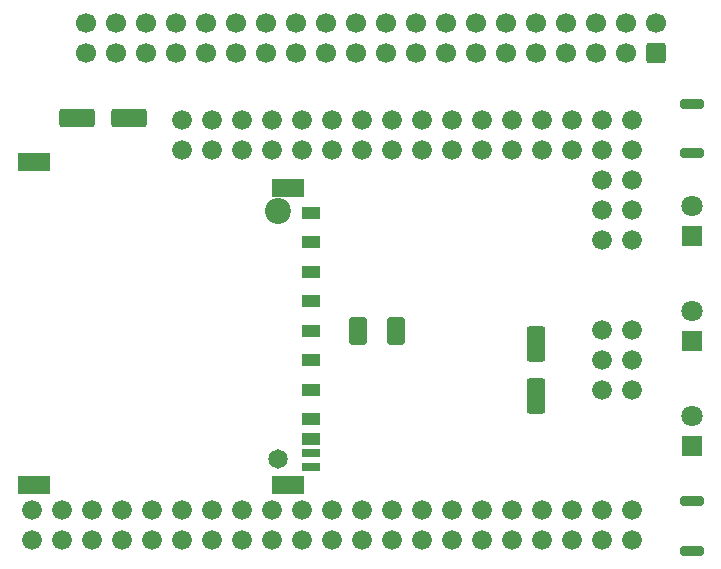
<source format=gbr>
%TF.GenerationSoftware,KiCad,Pcbnew,(6.0.11)*%
%TF.CreationDate,2023-03-14T22:18:48-05:00*%
%TF.ProjectId,rx02-mega2560-pro,72783032-2d6d-4656-9761-323536302d70,rev?*%
%TF.SameCoordinates,Original*%
%TF.FileFunction,Soldermask,Bot*%
%TF.FilePolarity,Negative*%
%FSLAX46Y46*%
G04 Gerber Fmt 4.6, Leading zero omitted, Abs format (unit mm)*
G04 Created by KiCad (PCBNEW (6.0.11)) date 2023-03-14 22:18:48*
%MOMM*%
%LPD*%
G01*
G04 APERTURE LIST*
G04 Aperture macros list*
%AMRoundRect*
0 Rectangle with rounded corners*
0 $1 Rounding radius*
0 $2 $3 $4 $5 $6 $7 $8 $9 X,Y pos of 4 corners*
0 Add a 4 corners polygon primitive as box body*
4,1,4,$2,$3,$4,$5,$6,$7,$8,$9,$2,$3,0*
0 Add four circle primitives for the rounded corners*
1,1,$1+$1,$2,$3*
1,1,$1+$1,$4,$5*
1,1,$1+$1,$6,$7*
1,1,$1+$1,$8,$9*
0 Add four rect primitives between the rounded corners*
20,1,$1+$1,$2,$3,$4,$5,0*
20,1,$1+$1,$4,$5,$6,$7,0*
20,1,$1+$1,$6,$7,$8,$9,0*
20,1,$1+$1,$8,$9,$2,$3,0*%
G04 Aperture macros list end*
%ADD10C,1.676400*%
%ADD11R,1.800000X1.800000*%
%ADD12C,1.800000*%
%ADD13RoundRect,0.250001X-0.499999X-0.924999X0.499999X-0.924999X0.499999X0.924999X-0.499999X0.924999X0*%
%ADD14RoundRect,0.250000X-1.250000X-0.550000X1.250000X-0.550000X1.250000X0.550000X-1.250000X0.550000X0*%
%ADD15R,1.500000X1.000000*%
%ADD16R,1.500000X0.700000*%
%ADD17R,2.800000X1.500000*%
%ADD18C,1.650000*%
%ADD19C,2.200000*%
%ADD20RoundRect,0.200000X-0.800000X0.200000X-0.800000X-0.200000X0.800000X-0.200000X0.800000X0.200000X0*%
%ADD21RoundRect,0.250000X-0.550000X1.250000X-0.550000X-1.250000X0.550000X-1.250000X0.550000X1.250000X0*%
%ADD22RoundRect,0.250000X0.600000X-0.600000X0.600000X0.600000X-0.600000X0.600000X-0.600000X-0.600000X0*%
%ADD23C,1.700000*%
G04 APERTURE END LIST*
D10*
%TO.C,U3*%
X121181480Y-109144918D03*
X121181480Y-106604918D03*
X118641480Y-109144918D03*
X118641480Y-106604918D03*
X164361480Y-91364918D03*
X126261480Y-73584918D03*
X126261480Y-76124918D03*
X128801480Y-73584918D03*
X128801480Y-76124918D03*
X131341480Y-73584918D03*
X131341480Y-76124918D03*
X133881480Y-73584918D03*
X133881480Y-76124918D03*
X136421480Y-73584918D03*
X136421480Y-76124918D03*
X138961480Y-73584918D03*
X138961480Y-76124918D03*
X141501480Y-73584918D03*
X141501480Y-76124918D03*
X144041480Y-73584918D03*
X144041480Y-76124918D03*
X123721480Y-106604918D03*
X128801480Y-106604918D03*
X128801480Y-109144918D03*
X131341480Y-106604918D03*
X131341480Y-109144918D03*
X133881480Y-106604918D03*
X133881480Y-109144918D03*
X136421480Y-106604918D03*
X136421480Y-109144918D03*
X138961480Y-106604918D03*
X138961480Y-109144918D03*
X141501480Y-106604918D03*
X141501480Y-109144918D03*
X144041480Y-106604918D03*
X144041480Y-109144918D03*
X146581480Y-106604918D03*
X146581480Y-109144918D03*
X149121480Y-106604918D03*
X149121480Y-109144918D03*
X151661480Y-106604918D03*
X151661480Y-109144918D03*
X154201480Y-106604918D03*
X154201480Y-109144918D03*
X156741480Y-106604918D03*
X156741480Y-109144918D03*
X159281480Y-106604918D03*
X159281480Y-109144918D03*
X161821480Y-106604918D03*
X161821480Y-109144918D03*
X164361480Y-106604918D03*
X164361480Y-109144918D03*
X146581480Y-73584918D03*
X146581480Y-76124918D03*
X149121480Y-73584918D03*
X149121480Y-76124918D03*
X151661480Y-73584918D03*
X151661480Y-76124918D03*
X154201480Y-73584918D03*
X154201480Y-76124918D03*
X156741480Y-73584918D03*
X156741480Y-76124918D03*
X159281480Y-73584918D03*
X159281480Y-76124918D03*
X161821480Y-73584918D03*
X161821480Y-76124918D03*
X164361480Y-73584918D03*
X164361480Y-76124918D03*
X164361480Y-78664918D03*
X161821480Y-78664918D03*
X164361480Y-81204918D03*
X161821480Y-81204918D03*
X164361480Y-83744918D03*
X161821480Y-83744918D03*
X116101480Y-109144918D03*
X116101480Y-106604918D03*
X164361480Y-96444918D03*
X161821480Y-91364918D03*
X164361480Y-93904918D03*
X161821480Y-96444918D03*
X123721480Y-109144918D03*
X126261480Y-106604918D03*
X161821480Y-93904918D03*
X126261480Y-109144918D03*
X113561480Y-109144918D03*
X113561480Y-106604918D03*
%TD*%
D11*
%TO.C,D3*%
X169418000Y-101224000D03*
D12*
X169418000Y-98684000D03*
%TD*%
D11*
%TO.C,D2*%
X169418000Y-92334000D03*
D12*
X169418000Y-89794000D03*
%TD*%
D13*
%TO.C,C7*%
X141123000Y-91440000D03*
X144373000Y-91440000D03*
%TD*%
D14*
%TO.C,C2*%
X117357800Y-73406000D03*
X121757800Y-73406000D03*
%TD*%
D11*
%TO.C,D1*%
X169423000Y-83444000D03*
D12*
X169423000Y-80904000D03*
%TD*%
D15*
%TO.C,J2*%
X137191168Y-83930000D03*
X137191168Y-86430000D03*
X137191168Y-88930000D03*
X137191168Y-91430000D03*
X137191168Y-93930000D03*
X137191168Y-96430000D03*
X137191168Y-98860000D03*
X137191168Y-100560000D03*
X137191168Y-81430000D03*
D16*
X137191168Y-101760000D03*
X137191168Y-102960000D03*
D17*
X113691168Y-104455000D03*
X113691168Y-77155000D03*
X135191168Y-104455000D03*
X135191168Y-79355000D03*
D18*
X134391168Y-102305000D03*
D19*
X134391168Y-81305000D03*
%TD*%
D20*
%TO.C,S1*%
X169418000Y-72195000D03*
X169418000Y-76395000D03*
%TD*%
D21*
%TO.C,C1*%
X156260800Y-92516600D03*
X156260800Y-96916600D03*
%TD*%
D22*
%TO.C,J1*%
X166370000Y-67945000D03*
D23*
X166370000Y-65405000D03*
X163830000Y-67945000D03*
X163830000Y-65405000D03*
X161290000Y-67945000D03*
X161290000Y-65405000D03*
X158750000Y-67945000D03*
X158750000Y-65405000D03*
X156210000Y-67945000D03*
X156210000Y-65405000D03*
X153670000Y-67945000D03*
X153670000Y-65405000D03*
X151130000Y-67945000D03*
X151130000Y-65405000D03*
X148590000Y-67945000D03*
X148590000Y-65405000D03*
X146050000Y-67945000D03*
X146050000Y-65405000D03*
X143510000Y-67945000D03*
X143510000Y-65405000D03*
X140970000Y-67945000D03*
X140970000Y-65405000D03*
X138430000Y-67945000D03*
X138430000Y-65405000D03*
X135890000Y-67945000D03*
X135890000Y-65405000D03*
X133350000Y-67945000D03*
X133350000Y-65405000D03*
X130810000Y-67945000D03*
X130810000Y-65405000D03*
X128270000Y-67945000D03*
X128270000Y-65405000D03*
X125730000Y-67945000D03*
X125730000Y-65405000D03*
X123190000Y-67945000D03*
X123190000Y-65405000D03*
X120650000Y-67945000D03*
X120650000Y-65405000D03*
X118110000Y-67945000D03*
X118110000Y-65405000D03*
%TD*%
D20*
%TO.C,S2*%
X169418000Y-105850000D03*
X169418000Y-110050000D03*
%TD*%
M02*

</source>
